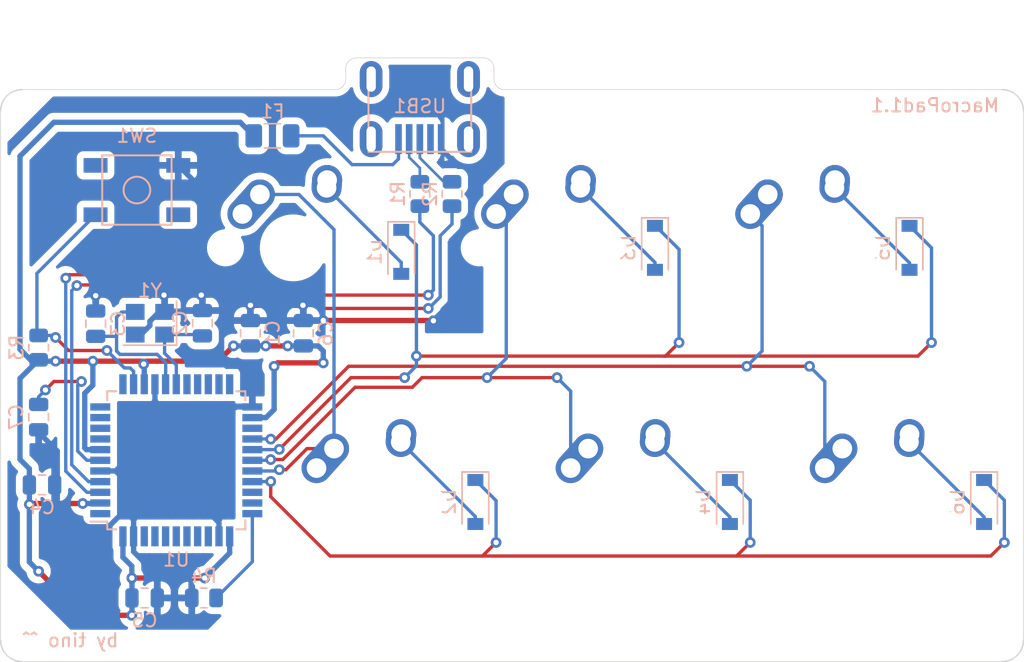
<source format=kicad_pcb>
(kicad_pcb (version 20211014) (generator pcbnew)
  (layers (0 "F.Cu" signal) (31 "B.Cu" signal) (34 "B.Paste" user) (35 "F.Paste" user) (36 "B.SilkS" user "B.Silkscreen") (37 "F.SilkS" user "F.Silkscreen") (38 "B.Mask" user) (39 "F.Mask" user) (44 "Edge.Cuts" user))
  (net 0 "")
  (net 1 "+5V")
  (net 2 "GND")
  (net 3 "Net-(C2-Pad2)")
  (net 4 "Net-(C3-Pad1)")
  (net 5 "Net-(C7-Pad1)")
  (net 6 "Row0")
  (net 7 "Net-(D1-Pad2)")
  (net 8 "Row1")
  (net 9 "Net-(D2-Pad2)")
  (net 10 "Net-(D3-Pad2)")
  (net 11 "Net-(D4-Pad2)")
  (net 12 "Net-(D5-Pad2)")
  (net 13 "Net-(D6-Pad2)")
  (net 14 "VCC")
  (net 15 "Col0")
  (net 16 "Col1")
  (net 17 "Col2")
  (net 18 "D-")
  (net 19 "Net-(R1-Pad2)")
  (net 20 "D+")
  (net 21 "Net-(R2-Pad2)")
  (net 22 "Net-(R3-Pad1)")
  (net 23 "Net-(R4-Pad1)")
  (footprint "MX_Alps_Hybrid:MX-1U-NoLED" (layer "F.Cu") (at 138.94125 103.1375)
    (fp_text reference "MX6")
    (fp_text value "MX-NoLED")
  )
  (footprint "MX_Alps_Hybrid:MX-1U-NoLED" (layer "F.Cu") (at 114.30325 84.0875)
    (fp_text reference "MX3")
    (fp_text value "MX-NoLED")
  )
  (footprint "MX_Alps_Hybrid:MX-1U-NoLED" (layer "F.Cu") (at 133.35325 84.0875)
    (fp_text reference "MX5")
    (fp_text value "MX-NoLED")
  )
  (footprint "MX_Alps_Hybrid:MX-1U-NoLED" (layer "F.Cu") (at 119.89125 103.1375)
    (fp_text reference "MX4")
    (fp_text value "MX-NoLED")
  )
  (footprint "MX_Alps_Hybrid:MX-1U-NoLED" (layer "F.Cu") (at 95.285 84.0875)
    (fp_text reference "MX1")
    (fp_text value "MX-NoLED")
  )
  (footprint "MX_Alps_Hybrid:MX-1U-NoLED" (layer "F.Cu") (at 100.84125 103.1375)
    (fp_text reference "MX2")
    (fp_text value "MX-NoLED")
  )
  (footprint "Resistor_SMD:R_0805_2012Metric" (layer "B.Cu") (at 88.59025 110.33125 180)
    (fp_text reference "R4")
    (fp_text value "10k")
  )
  (footprint "Capacitor_SMD:C_0805_2012Metric" (layer "B.Cu") (at 96.04375 90.4875 90)
    (fp_text reference "C6")
    (fp_text value "10uF")
  )
  (footprint "Diode_SMD:D_SOD-123" (layer "B.Cu") (at 122.3995 84.0875 -90)
    (fp_text reference "D3")
    (fp_text value "D_Small")
  )
  (footprint "Capacitor_SMD:C_0805_2012Metric" (layer "B.Cu") (at 88.477349 89.738766 -90)
    (fp_text reference "C2")
    (fp_text value "14pF")
  )
  (footprint "Capacitor_SMD:C_0805_2012Metric" (layer "B.Cu") (at 80.476349 89.770516 90)
    (fp_text reference "C3")
    (fp_text value "14pF")
  )
  (footprint "Diode_SMD:D_SOD-123" (layer "B.Cu") (at 103.38125 84.3875 -90)
    (fp_text reference "D1")
    (fp_text value "D_Small")
  )
  (footprint "Diode_SMD:D_SOD-123" (layer "B.Cu") (at 147.06925 103.1375 -90)
    (fp_text reference "D6")
    (fp_text value "D_Small")
  )
  (footprint "Resistor_SMD:R_0805_2012Metric" (layer "B.Cu") (at 76.2 91.567 -90)
    (fp_text reference "R3")
    (fp_text value "10k")
  )
  (footprint "Resistor_SMD:R_0805_2012Metric" (layer "B.Cu") (at 104.775 80.05 -90)
    (fp_text reference "R1")
    (fp_text value "22")
  )
  (footprint "Diode_SMD:D_SOD-123" (layer "B.Cu") (at 108.9375 103.1375 -90)
    (fp_text reference "D2")
    (fp_text value "D_Small")
  )
  (footprint "Capacitor_SMD:C_0805_2012Metric" (layer "B.Cu") (at 76.454 101.854)
    (fp_text reference "C4")
    (fp_text value "0.1uF")
  )
  (footprint "Fuse:Fuse_1206_3216Metric" (layer "B.Cu") (at 93.726 75.692 180)
    (fp_text reference "F1")
    (fp_text value "500mA")
  )
  (footprint "Capacitor_SMD:C_0805_2012Metric" (layer "B.Cu") (at 92.075 90.4875 90)
    (fp_text reference "C1")
    (fp_text value "0.1uF")
  )
  (footprint "Capacitor_SMD:C_0805_2012Metric" (layer "B.Cu") (at 84.14525 110.33125)
    (fp_text reference "C5")
    (fp_text value "0.1uF")
  )
  (footprint "random-keyboard-parts:SKQG-1155865" (layer "B.Cu") (at 83.566 79.756)
    (fp_text reference "SW1")
    (fp_text value "SW_Push")
  )
  (footprint "Diode_SMD:D_SOD-123" (layer "B.Cu") (at 128.01925 103.1375 -90)
    (fp_text reference "D4")
    (fp_text value "D_Small")
  )
  (footprint "random-keyboard-parts:Molex-0548190589" (layer "B.Cu") (at 104.775 71.4375 -90)
    (fp_text reference "USB1")
    (fp_text value "Molex-0548190589")
  )
  (footprint "Diode_SMD:D_SOD-123" (layer "B.Cu") (at 141.48125 84.0875 -90)
    (fp_text reference "D5")
    (fp_text value "D_Small")
  )
  (footprint "Package_QFP:TQFP-44_10x10mm_P0.8mm" (layer "B.Cu") (at 86.51875 100.0125)
    (fp_text reference "U1")
    (fp_text value "ATmega32U4-A")
  )
  (footprint "Resistor_SMD:R_0805_2012Metric" (layer "B.Cu") (at 107.188 80.05 -90)
    (fp_text reference "R2")
    (fp_text value "22")
  )
  (footprint "Capacitor_SMD:C_0805_2012Metric" (layer "B.Cu") (at 76.2 96.774 -90)
    (fp_text reference "C7")
    (fp_text value "1uF")
  )
  (footprint "Crystal:Crystal_SMD_3225-4Pin_3.2x2.5mm" (layer "B.Cu") (at 84.540349 89.738766 180)
    (fp_text reference "Y1")
    (fp_text value "16MHz")
  )
  (gr_line (start 99.21875 70.64375) (end 99.21875 71.4375) (layer "Edge.Cuts") (width 0.05))
  (gr_arc (start 150.01875 113.50625) (mid 149.553785 114.6288) (end 148.43125 115.09375) (layer "Edge.Cuts") (width 0.1))
  (gr_arc (start 111.125 72.2313) (mid 110.563716 71.998819) (end 110.33125 71.43755) (layer "Edge.Cuts") (width 0.05))
  (gr_arc (start 109.5375 69.85) (mid 110.098766 70.082484) (end 110.33125 70.64375) (layer "Edge.Cuts") (width 0.05))
  (gr_arc (start 148.43125 72.2313) (mid 149.55375 72.696286) (end 150.01875 73.8188) (layer "Edge.Cuts") (width 0.1))
  (gr_arc (start 74.941282 115.09375) (mid 73.818762 114.628776) (end 73.353782 113.50625) (layer "Edge.Cuts") (width 0.1))
  (gr_line (start 150.01875 73.8188) (end 150.01875 113.50625) (layer "Edge.Cuts") (width 0.05))
  (gr_line (start 148.43125 115.09375) (end 74.941282 115.09375) (layer "Edge.Cuts") (width 0.05))
  (gr_arc (start 99.21875 71.4375) (mid 98.986248 71.998734) (end 98.425 72.23125) (layer "Edge.Cuts") (width 0.05))
  (gr_line (start 111.125 72.2313) (end 148.43125 72.2313) (layer "Edge.Cuts") (width 0.05))
  (gr_line (start 110.33125 70.64375) (end 110.33125 71.43755) (layer "Edge.Cuts") (width 0.05))
  (gr_line (start 74.941282 72.23125) (end 98.425 72.23125) (layer "Edge.Cuts") (width 0.05))
  (gr_arc (start 99.21875 70.64375) (mid 99.451234 70.082484) (end 100.0125 69.85) (layer "Edge.Cuts") (width 0.05))
  (gr_arc (start 73.353782 73.81875) (mid 73.818749 72.696212) (end 74.941282 72.23125) (layer "Edge.Cuts") (width 0.1))
  (gr_line (start 109.5375 69.85) (end 100.0125 69.85) (layer "Edge.Cuts") (width 0.05))
  (gr_line (start 73.353782 73.81875) (end 73.353782 113.50625) (layer "Edge.Cuts") (width 0.05))
  (gr_text "by tino ^^" (at 78.58125 113.50625) (layer "B.SilkS") (effects (font (size 1 1)) (justify mirror)))
  (gr_text "MacroPad1.1" (at 143.383 73.406) (layer "B.SilkS") (effects (font (size 1 1)) (justify mirror)))
  (segment (start 79.502 111.633) (end 76.2 108.331) (width 0.4) (layer "F.Cu") (net 1))
  (segment (start 84.2905 92.583) (end 85.09 92.583) (width 0.4) (layer "F.Cu") (net 1))
  (segment (start 94.107 92.71) (end 93.853 92.964) (width 0.4) (layer "F.Cu") (net 1))
  (segment (start 84.074 92.7995) (end 83.8575 92.583) (width 0.4) (layer "F.Cu") (net 1))
  (segment (start 84.074 92.7995) (end 84.2905 92.583) (width 0.4) (layer "F.Cu") (net 1))
  (segment (start 93.218 91.44) (end 94.869 91.44) (width 0.4) (layer "F.Cu") (net 1))
  (segment (start 79.502 103.251) (end 75.57 103.251) (width 0.4) (layer "F.Cu") (net 1))
  (segment (start 85.09 92.583) (end 89.662 92.583) (width 0.4) (layer "F.Cu") (net 1))
  (segment (start 97.536 92.71) (end 94.107 92.71) (width 0.4) (layer "F.Cu") (net 1))
  (segment (start 80.264 92.583) (end 77.47 92.583) (width 0.4) (layer "F.Cu") (net 1))
  (segment (start 75.57 103.251) (end 75.504 103.317) (width 0.4) (layer "F.Cu") (net 1))
  (segment (start 88.646 108.839) (end 83.185 108.839) (width 0.4) (layer "F.Cu") (net 1))
  (segment (start 83.185 111.633) (end 79.502 111.633) (width 0.4) (layer "F.Cu") (net 1))
  (segment (start 89.662 92.583) (end 90.805 91.44) (width 0.4) (layer "F.Cu") (net 1))
  (segment (start 83.8575 92.583) (end 80.264 92.583) (width 0.4) (layer "F.Cu") (net 1))
  (via (at 76.2 108.331) (size 0.8) (drill 0.4) (layers "F.Cu" "B.Cu") (net 1))
  (via (at 83.185 108.839) (size 0.8) (drill 0.4) (layers "F.Cu" "B.Cu") (net 1))
  (via (at 93.218 91.44) (size 0.8) (drill 0.4) (layers "F.Cu" "B.Cu") (net 1))
  (via (at 83.185 111.633) (size 0.8) (drill 0.4) (layers "F.Cu" "B.Cu") (net 1))
  (via (at 93.853 92.964) (size 0.8) (drill 0.4) (layers "F.Cu" "B.Cu") (net 1))
  (via (at 84.074 92.7995) (size 0.8) (drill 0.4) (layers "F.Cu" "B.Cu") (net 1))
  (via (at 88.646 108.839) (size 0.8) (drill 0.4) (layers "F.Cu" "B.Cu") (net 1))
  (via (at 97.536 92.71) (size 0.8) (drill 0.4) (layers "F.Cu" "B.Cu") (net 1))
  (via (at 75.504 103.317) (size 0.8) (drill 0.4) (layers "F.Cu" "B.Cu") (net 1))
  (via (at 94.869 91.44) (size 0.8) (drill 0.4) (layers "F.Cu" "B.Cu") (net 1))
  (via (at 90.805 91.44) (size 0.8) (drill 0.4) (layers "F.Cu" "B.Cu") (net 1))
  (via (at 80.264 92.583) (size 0.8) (drill 0.4) (layers "F.Cu" "B.Cu") (net 1))
  (via (at 77.47 92.583) (size 0.8) (drill 0.4) (layers "F.Cu" "B.Cu") (net 1))
  (via (at 79.502 103.251) (size 0.8) (drill 0.4) (layers "F.Cu" "B.Cu") (net 1))
  (segment (start 75.5885 92.4795) (end 76.2 92.4795) (width 0.4) (layer "B.Cu") (net 1))
  (segment (start 90.51875 105.7125) (end 90.51875 106.96625) (width 0.4) (layer "B.Cu") (net 1))
  (segment (start 75.504 107.635) (end 76.2 108.331) (width 0.4) (layer "B.Cu") (net 1))
  (segment (start 76.2 92.4795) (end 74.803 93.8765) (width 0.4) (layer "B.Cu") (net 1))
  (segment (start 79.502 103.251) (end 80.78025 103.251) (width 0.4) (layer "B.Cu") (net 1))
  (segment (start 74.803 93.8765) (end 74.803 99.949) (width 0.4) (layer "B.Cu") (net 1))
  (segment (start 76.3035 92.583) (end 76.2 92.4795) (width 0.4) (layer "B.Cu") (net 1))
  (segment (start 79.7815 99.2125) (end 79.657 99.088) (width 0.4) (layer "B.Cu") (net 1))
  (segment (start 77.47 92.583) (end 76.3035 92.583) (width 0.4) (layer "B.Cu") (net 1))
  (segment (start 84.11875 92.84425) (end 84.074 92.7995) (width 0.4) (layer "B.Cu") (net 1))
  (segment (start 96.04625 91.44) (end 97.155 91.44) (width 0.4) (layer "B.Cu") (net 1))
  (segment (start 83.19525 111.62275) (end 83.185 111.633) (width 0.4) (layer "B.Cu") (net 1))
  (segment (start 77.343 74.676) (end 74.803 77.216) (width 0.4) (layer "B.Cu") (net 1))
  (segment (start 93.2155 91.4375) (end 93.218 91.44) (width 0.4) (layer "B.Cu") (net 1))
  (segment (start 74.803 99.949) (end 75.504 100.65) (width 0.4) (layer "B.Cu") (net 1))
  (segment (start 93.24375 96.8125) (end 92.21875 96.8125) (width 0.4) (layer "B.Cu") (net 1))
  (segment (start 97.536 91.821) (end 97.536 92.71) (width 0.4) (layer "B.Cu") (net 1))
  (segment (start 84.11875 94.3125) (end 84.11875 92.84425) (width 0.4) (layer "B.Cu") (net 1))
  (segment (start 92.326 75.692) (end 91.31 74.676) (width 0.4) (layer "B.Cu") (net 1))
  (segment (start 80.81875 99.2125) (end 79.7815 99.2125) (width 0.4) (layer "B.Cu") (net 1))
  (segment (start 83.185 107.95) (end 83.185 108.839) (width 0.4) (layer "B.Cu") (net 1))
  (segment (start 89.408 108.077) (end 88.646 108.839) (width 0.4) (layer "B.Cu") (net 1))
  (segment (start 83.185 108.839) (end 83.185 109.1995) (width 0.4) (layer "B.Cu") (net 1))
  (segment (start 90.805 91.44) (end 92.0725 91.44) (width 0.4) (layer "B.Cu") (net 1))
  (segment (start 93.853 92.964) (end 93.853 96.20325) (width 0.4) (layer "B.Cu") (net 1))
  (segment (start 92.075 91.4375) (end 93.2155 91.4375) (width 0.4) (layer "B.Cu") (net 1))
  (segment (start 75.504 103.317) (end 75.504 107.635) (width 0.4) (layer "B.Cu") (net 1))
  (segment (start 79.657 94.987871) (end 80.264 94.380871) (width 0.4) (layer "B.Cu") (net 1))
  (segment (start 79.657 99.088) (end 79.657 94.987871) (width 0.4) (layer "B.Cu") (net 1))
  (segment (start 80.78025 103.251) (end 80.81875 103.2125) (width 0.4) (layer "B.Cu") (net 1))
  (segment (start 94.869 91.44) (end 96.04125 91.44) (width 0.4) (layer "B.Cu") (net 1))
  (segment (start 75.504 101.854) (end 75.504 103.317) (width 0.4) (layer "B.Cu") (net 1))
  (segment (start 93.853 96.20325) (end 93.24375 96.8125) (width 0.4) (layer "B.Cu") (net 1))
  (segment (start 83.19525 109.20975) (end 83.19525 110.33125) (width 0.4) (layer "B.Cu") (net 1))
  (segment (start 82.51875 105.7125) (end 82.51875 107.28375) (width 0.4) (layer "B.Cu") (net 1))
  (segment (start 96.04125 91.44) (end 96.04375 91.4375) (width 0.4) (layer "B.Cu") (net 1))
  (segment (start 83.185 109.1995) (end 83.19525 109.20975) (width 0.4) (layer "B.Cu") (net 1))
  (segment (start 75.504 100.65) (end 75.504 101.854) (width 0.4) (layer "B.Cu") (net 1))
  (segment (start 80.264 94.380871) (end 80.264 92.583) (width 0.4) (layer "B.Cu") (net 1))
  (segment (start 74.803 91.694) (end 75.5885 92.4795) (width 0.4) (layer "B.Cu") (net 1))
  (segment (start 96.04375 91.4375) (end 96.04625 91.44) (width 0.4) (layer "B.Cu") (net 1))
  (segment (start 90.51875 106.96625) (end 89.408 108.077) (width 0.4) (layer "B.Cu") (net 1))
  (segment (start 97.155 91.44) (end 97.536 91.821) (width 0.4) (layer "B.Cu") (net 1))
  (segment (start 74.803 77.216) (end 74.803 91.694) (width 0.4) (layer "B.Cu") (net 1))
  (segment (start 92.0725 91.44) (end 92.075 91.4375) (width 0.4) (layer "B.Cu") (net 1))
  (segment (start 83.19525 110.33125) (end 83.19525 111.62275) (width 0.4) (layer "B.Cu") (net 1))
  (segment (start 82.51875 107.28375) (end 83.185 107.95) (width 0.4) (layer "B.Cu") (net 1))
  (segment (start 91.31 74.676) (end 77.343 74.676) (width 0.4) (layer "B.Cu") (net 1))
  (segment (start 96.012 88.392) (end 92.075 88.392) (width 0.4) (layer "F.Cu") (net 2))
  (segment (start 92.075 88.392) (end 91.313 87.63) (width 0.4) (layer "F.Cu") (net 2))
  (segment (start 105.793303 89.552587) (end 105.775716 89.535) (width 0.4) (layer "F.Cu") (net 2))
  (segment (start 91.313 87.63) (end 88.392 87.63) (width 0.4) (layer "F.Cu") (net 2))
  (segment (start 88.392 87.63) (end 85.598 87.63) (width 0.4) (layer "F.Cu") (net 2))
  (segment (start 85.598 87.63) (end 80.518 87.63) (width 0.4) (layer "F.Cu") (net 2))
  (segment (start 80.518 87.63) (end 80.476349 87.671651) (width 0.4) (layer "F.Cu") (net 2))
  (segment (start 105.775716 89.535) (end 97.536 89.535) (width 0.4) (layer "F.Cu") (net 2))
  (via (at 85.598 87.63) (size 0.8) (drill 0.4) (layers "F.Cu" "B.Cu") (net 2))
  (via (at 97.536 89.535) (size 0.8) (drill 0.4) (layers "F.Cu" "B.Cu") (net 2))
  (via (at 80.476349 87.671651) (size 0.8) (drill 0.4) (layers "F.Cu" "B.Cu") (net 2))
  (via (at 96.012 88.392) (size 0.8) (drill 0.4) (layers "F.Cu" "B.Cu") (net 2))
  (via (at 88.392 87.63) (size 0.8) (drill 0.4) (layers "F.Cu" "B.Cu") (net 2))
  (via (at 105.793303 89.552587) (size 0.8) (drill 0.4) (layers "F.Cu" "B.Cu") (net 2))
  (via (at 92.075 88.392) (size 0.8) (drill 0.4) (layers "F.Cu" "B.Cu") (net 2))
  (segment (start 77.597 99.314) (end 77.597 104.267) (width 0.4) (layer "B.Cu") (net 2))
  (segment (start 81.96875 100.8125) (end 84.91875 97.8625) (width 0.4) (layer "B.Cu") (net 2))
  (segment (start 85.09525 110.33125) (end 87.67775 110.33125) (width 0.4) (layer "B.Cu") (net 2))
  (segment (start 96.04625 89.535) (end 96.04375 89.5375) (width 0.4) (layer "B.Cu") (net 2))
  (segment (start 77.597 104.267) (end 78.74 105.41) (width 0.4) (layer "B.Cu") (net 2))
  (segment (start 86.666 77.906) (end 89.027 80.267) (width 0.4) (layer "B.Cu") (net 2))
  (segment (start 89.027 80.267) (end 89.027 82.296) (width 0.4) (layer "B.Cu") (net 2))
  (segment (start 89.916 90.297) (end 89.916 92.583) (width 0.4) (layer "B.Cu") (net 2))
  (segment (start 81.026 105.41) (end 82.30275 104.13325) (width 0.4) (layer "B.Cu") (net 2))
  (segment (start 83.867583 90.588766) (end 83.440349 90.588766) (width 0.4) (layer "B.Cu") (net 2))
  (segment (start 105.793303 89.552587) (end 105.793303 89.532697) (width 0.4) (layer "B.Cu") (net 2))
  (segment (start 105.793303 89.532697) (end 107.061 88.265) (width 0.4) (layer "B.Cu") (net 2))
  (segment (start 83.440349 90.588766) (end 83.540349 90.588766) (width 0.25) (layer "B.Cu") (net 2))
  (segment (start 108.585 82.169) (end 108.585 78.359) (width 0.4) (layer "B.Cu") (net 2))
  (segment (start 96.04375 88.42375) (end 96.012 88.392) (width 0.4) (layer "B.Cu") (net 2))
  (segment (start 97.536 89.535) (end 96.04625 89.535) (width 0.4) (layer "B.Cu") (net 2))
  (segment (start 88.392 82.931) (end 88.392 87.63) (width 0.4) (layer "B.Cu") (net 2))
  (segment (start 89.71875 105.7125) (end 89.71875 104.6875) (width 0.4) (layer "B.Cu") (net 2))
  (segment (start 83.31875 102.1625) (end 83.31875 104.13325) (width 0.4) (layer "B.Cu") (net 2))
  (segment (start 76.2 97.917) (end 77.597 99.314) (width 0.4) (layer "B.Cu") (net 2))
  (segment (start 91.957261 92.964) (end 92.21875 93.225489) (width 0.4) (layer "B.Cu") (net 2))
  (segment (start 78.74 105.41) (end 81.026 105.41) (width 0.4) (layer "B.Cu") (net 2))
  (segment (start 85.240349 88.888766) (end 85.640349 88.888766) (width 0.25) (layer "B.Cu") (net 2))
  (segment (start 107.061 88.265) (end 107.061 83.693) (width 0.4) (layer "B.Cu") (net 2))
  (segment (start 84.91875 97.8625) (end 86.76875 96.0125) (width 0.4) (layer "B.Cu") (net 2))
  (segment (start 80.81875 100.8125) (end 81.96875 100.8125) (width 0.4) (layer "B.Cu") (net 2))
  (segment (start 83.440349 90.588766) (end 83.690349 90.588766) (width 0.25) (layer "B.Cu") (net 2))
  (segment (start 85.240349 88.888766) (end 84.540349 89.588766) (width 0.4) (layer "B.Cu") (net 2))
  (segment (start 96.04375 89.5375) (end 96.04375 88.42375) (width 0.4) (layer "B.Cu") (net 2))
  (segment (start 92.075 89.5375) (end 90.6755 89.5375) (width 0.4) (layer "B.Cu") (net 2))
  (segment (start 108.204 77.978) (end 107.660239 77.978) (width 0.4) (layer "B.Cu") (net 2))
  (segment (start 82.30275 104.13325) (end 83.31875 104.13325) (width 0.4) (layer "B.Cu") (net 2))
  (segment (start 84.91875 97.8625) (end 84.91875 94.3125) (width 0.4) (layer "B.Cu") (net 2))
  (segment (start 83.31875 106.8625) (end 85.09525 108.639) (width 0.4) (layer "B.Cu") (net 2))
  (segment (start 84.540349 89.916) (end 83.867583 90.588766) (width 0.4) (layer "B.Cu") (net 2))
  (segment (start 80.476349 88.820516) (end 80.476349 87.671651) (width 0.4) (layer "B.Cu") (net 2))
  (segment (start 85.640349 87.672349) (end 85.598 87.63) (width 0.4) (layer "B.Cu") (net 2))
  (segment (start 89.71875 104.6875) (end 89.1645 104.13325) (width 0.4) (layer "B.Cu") (net 2))
  (segment (start 107.061 83.693) (end 108.585 82.169) (width 0.4) (layer "B.Cu") (net 2))
  (segment (start 85.640349 88.888766) (end 85.640349 87.672349) (width 0.4) (layer "B.Cu") (net 2))
  (segment (start 89.916 92.583) (end 90.297 92.964) (width 0.4) (layer "B.Cu") (net 2))
  (segment (start 85.09525 108.639) (end 85.09525 110.33125) (width 0.4) (layer "B.Cu") (net 2))
  (segment (start 90.6755 89.5375) (end 89.916 90.297) (width 0.4) (layer "B.Cu") (net 2))
  (segment (start 107.660239 77.978) (end 106.375 76.692761) (width 0.4) (layer "B.Cu") (net 2))
  (segment (start 89.027 82.296) (end 88.392 82.931) (width 0.4) (layer "B.Cu") (net 2))
  (segment (start 92.21875 93.225489) (end 92.21875 96.0125) (width 0.4) (layer "B.Cu") (net 2))
  (segment (start 84.540349 89.588766) (end 84.540349 89.916) (width 0.4) (layer "B.Cu") (net 2))
  (segment (start 90.297 92.964) (end 91.957261 92.964) (width 0.4) (layer "B.Cu") (net 2))
  (segment (start 83.31875 104.13325) (end 83.31875 105.7125) (width 0.4) (layer "B.Cu") (net 2))
  (segment (start 89.1645 104.13325) (end 83.31875 104.13325) (width 0.4) (layer "B.Cu") (net 2))
  (segment (start 88.477349 87.715349) (end 88.392 87.63) (width 0.4) (layer "B.Cu") (net 2))
  (segment (start 108.585 78.359) (end 108.204 77.978) (width 0.4) (layer "B.Cu") (net 2))
  (segment (start 83.31875 105.7125) (end 83.31875 106.8625) (width 0.4) (layer "B.Cu") (net 2))
  (segment (start 86.76875 96.0125) (end 92.21875 96.0125) (width 0.4) (layer "B.Cu") (net 2))
  (segment (start 81.96875 100.8125) (end 83.31875 102.1625) (width 0.4) (layer "B.Cu") (net 2))
  (segment (start 88.392 88.703417) (end 88.477349 88.788766) (width 0.25) (layer "B.Cu") (net 2))
  (segment (start 106.375 76.692761) (end 106.375 75.9375) (width 0.4) (layer "B.Cu") (net 2))
  (segment (start 88.477349 88.788766) (end 88.477349 87.715349) (width 0.4) (layer "B.Cu") (net 2))
  (segment (start 76.2 97.724) (end 76.2 97.917) (width 0.4) (layer "B.Cu") (net 2))
  (segment (start 92.075 89.5375) (end 92.075 88.392) (width 0.4) (layer "B.Cu") (net 2))
  (segment (start 85.640349 91.990349) (end 86.51875 92.86875) (width 0.25) (layer "B.Cu") (net 3))
  (segment (start 88.477349 90.688766) (end 88.377349 90.588766) (width 0.25) (layer "B.Cu") (net 3))
  (segment (start 85.640349 90.588766) (end 85.640349 91.990349) (width 0.25) (layer "B.Cu") (net 3))
  (segment (start 86.51875 92.86875) (end 86.51875 94.3125) (width 0.25) (layer "B.Cu") (net 3))
  (segment (start 88.377349 90.588766) (end 85.640349 90.588766) (width 0.25) (layer "B.Cu") (net 3))
  (segment (start 82.296 92.075) (end 85.09 92.075) (width 0.25) (layer "B.Cu") (net 4))
  (segment (start 85.09 92.076396) (end 85.724302 92.710698) (width 0.25) (layer "B.Cu") (net 4))
  (segment (start 81.999484 90.720516) (end 82.042 90.678) (width 0.25) (layer "B.Cu") (net 4))
  (segment (start 82.042 89.281) (end 82.042 90.678) (width 0.25) (layer "B.Cu") (net 4))
  (segment (start 83.440349 88.888766) (end 83.340349 88.888766) (width 0.25) (layer "B.Cu") (net 4))
  (segment (start 82.423 88.9) (end 82.042 89.281) (width 0.25) (layer "B.Cu") (net 4))
  (segment (start 83.329115 88.9) (end 82.423 88.9) (width 0.25) (layer "B.Cu") (net 4))
  (segment (start 85.724302 93.306948) (end 85.71875 93.3125) (width 0.25) (layer "B.Cu") (net 4))
  (segment (start 82.042 90.678) (end 82.042 91.821) (width 0.25) (layer "B.Cu") (net 4))
  (segment (start 80.476349 90.720516) (end 81.999484 90.720516) (width 0.25) (layer "B.Cu") (net 4))
  (segment (start 83.340349 88.888766) (end 83.329115 88.9) (width 0.25) (layer "B.Cu") (net 4))
  (segment (start 82.042 91.821) (end 82.296 92.075) (width 0.25) (layer "B.Cu") (net 4))
  (segment (start 85.724302 92.710698) (end 85.724302 93.306948) (width 0.25) (layer "B.Cu") (net 4))
  (segment (start 85.71875 93.3125) (end 85.71875 94.3125) (width 0.25) (layer "B.Cu") (net 4))
  (segment (start 85.09 92.075) (end 85.09 92.076396) (width 0.25) (layer "B.Cu") (net 4))
  (segment (start 77.343 94.107) (end 79.4065 94.107) (width 0.25) (layer "F.Cu") (net 5))
  (segment (start 76.708 94.742) (end 77.343 94.107) (width 0.25) (layer "F.Cu") (net 5))
  (via (at 76.708 94.742) (size 0.8) (drill 0.4) (layers "F.Cu" "B.Cu") (net 5))
  (via (at 79.4065 94.107) (size 0.8) (drill 0.4) (layers "F.Cu" "B.Cu") (net 5))
  (segment (start 79.132 99.32575) (end 79.81875 100.0125) (width 0.25) (layer "B.Cu") (net 5))
  (segment (start 79.81875 100.0125) (end 80.81875 100.0125) (width 0.25) (layer "B.Cu") (net 5))
  (segment (start 76.708 94.742) (end 76.2 95.25) (width 0.25) (layer "B.Cu") (net 5))
  (segment (start 79.132 94.3815) (end 79.132 99.32575) (width 0.25) (layer "B.Cu") (net 5))
  (segment (start 79.4065 94.107) (end 79.132 94.3815) (width 0.25) (layer "B.Cu") (net 5))
  (segment (start 76.2 95.25) (end 76.2 95.824) (width 0.25) (layer "B.Cu") (net 5))
  (segment (start 124.206 91.186) (end 123.19 92.202) (width 0.25) (layer "F.Cu") (net 6))
  (segment (start 123.19 92.202) (end 123.063 92.202) (width 0.25) (layer "F.Cu") (net 6))
  (segment (start 99.616205 93.8155) (end 103.632 93.8155) (width 0.25) (layer "F.Cu") (net 6))
  (segment (start 123.063 92.202) (end 142.113 92.202) (width 0.25) (layer "F.Cu") (net 6))
  (segment (start 104.521 92.202) (end 123.063 92.202) (width 0.25) (layer "F.Cu") (net 6))
  (segment (start 94.238866 99.192839) (end 99.616205 93.8155) (width 0.25) (layer "F.Cu") (net 6))
  (segment (start 142.113 92.202) (end 143.129 91.186) (width 0.25) (layer "F.Cu") (net 6))
  (via (at 103.632 93.8155) (size 0.8) (drill 0.4) (layers "F.Cu" "B.Cu") (net 6))
  (via (at 143.129 91.186) (size 0.8) (drill 0.4) (layers "F.Cu" "B.Cu") (net 6))
  (via (at 104.521 92.202) (size 0.8) (drill 0.4) (layers "F.Cu" "B.Cu") (net 6))
  (via (at 94.238866 99.192839) (size 0.8) (drill 0.4) (layers "F.Cu" "B.Cu") (net 6))
  (via (at 124.206 91.186) (size 0.8) (drill 0.4) (layers "F.Cu" "B.Cu") (net 6))
  (segment (start 104.521 92.9265) (end 104.521 83.87725) (width 0.25) (layer "B.Cu") (net 6))
  (segment (start 122.4425 82.4375) (end 124.079 84.074) (width 0.25) (layer "B.Cu") (net 6))
  (segment (start 104.521 83.87725) (end 103.38125 82.7375) (width 0.25) (layer "B.Cu") (net 6))
  (segment (start 124.079 84.074) (end 124.206 84.201) (width 0.25) (layer "B.Cu") (net 6))
  (segment (start 122.3995 82.4375) (end 122.4425 82.4375) (width 0.25) (layer "B.Cu") (net 6))
  (segment (start 94.219205 99.2125) (end 94.238866 99.192839) (width 0.25) (layer "B.Cu") (net 6))
  (segment (start 103.632 93.8155) (end 104.521 92.9265) (width 0.25) (layer "B.Cu") (net 6))
  (segment (start 143.129 84.08525) (end 141.48125 82.4375) (width 0.25) (layer "B.Cu") (net 6))
  (segment (start 92.21875 99.2125) (end 94.219205 99.2125) (width 0.25) (layer "B.Cu") (net 6))
  (segment (start 124.206 84.201) (end 124.206 91.186) (width 0.25) (layer "B.Cu") (net 6))
  (segment (start 143.129 91.186) (end 143.129 84.08525) (width 0.25) (layer "B.Cu") (net 6))
  (segment (start 103.38125 85.18375) (end 97.785 79.5875) (width 0.25) (layer "B.Cu") (net 7))
  (segment (start 103.38125 86.0375) (end 103.38125 85.18375) (width 0.25) (layer "B.Cu") (net 7))
  (segment (start 98.043981 107.188) (end 109.474 107.188) (width 0.25) (layer "F.Cu") (net 8))
  (segment (start 147.32 107.188) (end 147.574 107.188) (width 0.25) (layer "F.Cu") (net 8))
  (segment (start 128.524 107.188) (end 147.32 107.188) (width 0.25) (layer "F.Cu") (net 8))
  (segment (start 129.54 106.172) (end 128.524 107.188) (width 0.25) (layer "F.Cu") (net 8))
  (segment (start 109.474 107.188) (end 128.524 107.188) (width 0.25) (layer "F.Cu") (net 8))
  (segment (start 110.49 106.172) (end 109.474 107.188) (width 0.25) (layer "F.Cu") (net 8))
  (segment (start 147.574 107.188) (end 148.59 106.172) (width 0.25) (layer "F.Cu") (net 8))
  (segment (start 93.599 102.743019) (end 98.043981 107.188) (width 0.25) (layer "F.Cu") (net 8))
  (segment (start 93.599 101.6) (end 93.599 102.743019) (width 0.25) (layer "F.Cu") (net 8))
  (via (at 148.59 106.172) (size 0.8) (drill 0.4) (layers "F.Cu" "B.Cu") (net 8))
  (via (at 93.599 101.6) (size 0.8) (drill 0.4) (layers "F.Cu" "B.Cu") (net 8))
  (via (at 110.49 106.172) (size 0.8) (drill 0.4) (layers "F.Cu" "B.Cu") (net 8))
  (via (at 129.54 106.172) (size 0.8) (drill 0.4) (layers "F.Cu" "B.Cu") (net 8))
  (segment (start 129.54 103.00825) (end 129.54 106.172) (width 0.25) (layer "B.Cu") (net 8))
  (segment (start 93.5865 101.6125) (end 93.599 101.6) (width 0.25) (layer "B.Cu") (net 8))
  (segment (start 128.01925 101.4875) (end 129.54 103.00825) (width 0.25) (layer "B.Cu") (net 8))
  (segment (start 92.21875 101.6125) (end 93.5865 101.6125) (width 0.25) (layer "B.Cu") (net 8))
  (segment (start 108.9375 101.4875) (end 110.49 103.04) (width 0.25) (layer "B.Cu") (net 8))
  (segment (start 110.49 103.04) (end 110.49 106.172) (width 0.25) (layer "B.Cu") (net 8))
  (segment (start 148.59 106.172) (end 148.59 103.00825) (width 0.25) (layer "B.Cu") (net 8))
  (segment (start 148.59 103.00825) (end 147.06925 101.4875) (width 0.25) (layer "B.Cu") (net 8))
  (segment (start 108.9375 104.23375) (end 108.9375 104.7875) (width 0.25) (layer "B.Cu") (net 9))
  (segment (start 103.34125 98.6375) (end 108.9375 104.23375) (width 0.25) (layer "B.Cu") (net 9))
  (segment (start 116.80325 79.5875) (end 122.3995 85.18375) (width 0.25) (layer "B.Cu") (net 10))
  (segment (start 122.3995 85.18375) (end 122.3995 85.7375) (width 0.25) (layer "B.Cu") (net 10))
  (segment (start 122.39125 98.6375) (end 128.01925 104.2655) (width 0.25) (layer "B.Cu") (net 11))
  (segment (start 128.01925 104.2655) (end 128.01925 104.7875) (width 0.25) (layer "B.Cu") (net 11))
  (segment (start 141.48125 85.2155) (end 141.48125 85.7375) (width 0.25) (layer "B.Cu") (net 12))
  (segment (start 135.85325 79.5875) (end 141.48125 85.2155) (width 0.25) (layer "B.Cu") (net 12))
  (segment (start 147.06925 104.2655) (end 147.06925 104.7875) (width 0.25) (layer "B.Cu") (net 13))
  (segment (start 141.44125 98.6375) (end 147.06925 104.2655) (width 0.25) (layer "B.Cu") (net 13))
  (segment (start 97.536 75.692) (end 95.126 75.692) (width 0.25) (layer "B.Cu") (net 14))
  (segment (start 102.743 77.851) (end 99.695 77.851) (width 0.25) (layer "B.Cu") (net 14))
  (segment (start 99.695 77.851) (end 97.536 75.692) (width 0.25) (layer "B.Cu") (net 14))
  (segment (start 103.175 75.9375) (end 103.175 77.419) (width 0.25) (layer "B.Cu") (net 14))
  (segment (start 103.175 77.419) (end 102.743 77.851) (width 0.25) (layer "B.Cu") (net 14))
  (segment (start 96.3155 99.1375) (end 98.34125 99.1375) (width 0.25) (layer "F.Cu") (net 15))
  (segment (start 94.735055 100.717945) (end 96.3155 99.1375) (width 0.25) (layer "F.Cu") (net 15))
  (segment (start 94.239893 100.717945) (end 94.735055 100.717945) (width 0.25) (layer "F.Cu") (net 15))
  (via (at 94.239893 100.717945) (size 0.8) (drill 0.4) (layers "F.Cu" "B.Cu") (net 15))
  (segment (start 98.34125 82.72025) (end 98.34125 99.1375) (width 0.25) (layer "B.Cu") (net 15))
  (segment (start 92.785 80.0875) (end 95.7085 80.0875) (width 0.25) (layer "B.Cu") (net 15))
  (segment (start 92.21875 100.8125) (end 94.145338 100.8125) (width 0.25) (layer "B.Cu") (net 15))
  (segment (start 95.7085 80.0875) (end 98.34125 82.72025) (width 0.25) (layer "B.Cu") (net 15))
  (segment (start 94.145338 100.8125) (end 94.239893 100.717945) (width 0.25) (layer "B.Cu") (net 15))
  (segment (start 94.501183 99.955827) (end 99.91651 94.5405) (width 0.25) (layer "F.Cu") (net 16))
  (segment (start 109.8175 93.8155) (end 115.062 93.8155) (width 0.25) (layer "F.Cu") (net 16))
  (segment (start 104.902 93.853) (end 104.9395 93.8155) (width 0.25) (layer "F.Cu") (net 16))
  (segment (start 99.91651 94.5405) (end 104.2145 94.5405) (width 0.25) (layer "F.Cu") (net 16))
  (segment (start 104.2145 94.5405) (end 104.902 93.853) (width 0.25) (layer "F.Cu") (net 16))
  (segment (start 104.9395 93.8155) (end 109.8175 93.8155) (width 0.25) (layer "F.Cu") (net 16))
  (segment (start 93.593223 99.955827) (end 94.501183 99.955827) (width 0.25) (layer "F.Cu") (net 16))
  (via (at 93.593223 99.955827) (size 0.8) (drill 0.4) (layers "F.Cu" "B.Cu") (net 16))
  (via (at 115.062 93.8155) (size 0.8) (drill 0.4) (layers "F.Cu" "B.Cu") (net 16))
  (via (at 109.8175 93.8155) (size 0.8) (drill 0.4) (layers "F.Cu" "B.Cu") (net 16))
  (segment (start 111.252 92.381) (end 109.8175 93.8155) (width 0.25) (layer "B.Cu") (net 16))
  (segment (start 92.21875 100.0125) (end 93.53655 100.0125) (width 0.25) (layer "B.Cu") (net 16))
  (segment (start 115.062 93.8155) (end 116.08125 94.83475) (width 0.25) (layer "B.Cu") (net 16))
  (segment (start 93.53655 100.0125) (end 93.593223 99.955827) (width 0.25) (layer "B.Cu") (net 16))
  (segment (start 116.08125 94.83475) (end 116.08125 100.5975) (width 0.25) (layer "B.Cu") (net 16))
  (segment (start 111.252 82.30625) (end 111.252 92.381) (width 0.25) (layer "B.Cu") (net 16))
  (segment (start 110.49325 81.5475) (end 111.252 82.30625) (width 0.25) (layer "B.Cu") (net 16))
  (segment (start 99.441 92.964) (end 93.98 98.425) (width 0.25) (layer "F.Cu") (net 17))
  (segment (start 129.286 92.964) (end 99.441 92.964) (width 0.25) (layer "F.Cu") (net 17))
  (segment (start 133.985 92.964) (end 129.286 92.964) (width 0.25) (layer "F.Cu") (net 17))
  (segment (start 93.98 98.425) (end 93.599 98.425) (width 0.25) (layer "F.Cu") (net 17))
  (via (at 93.599 98.425) (size 0.8) (drill 0.4) (layers "F.Cu" "B.Cu") (net 17))
  (via (at 129.286 92.964) (size 0.8) (drill 0.4) (layers "F.Cu" "B.Cu") (net 17))
  (via (at 133.985 92.964) (size 0.8) (drill 0.4) (layers "F.Cu" "B.Cu") (net 17))
  (segment (start 130.429 91.821) (end 130.429 82.43325) (width 0.25) (layer "B.Cu") (net 17))
  (segment (start 129.286 92.964) (end 130.429 91.821) (width 0.25) (layer "B.Cu") (net 17))
  (segment (start 135.13125 94.11025) (end 135.13125 100.5975) (width 0.25) (layer "B.Cu") (net 17))
  (segment (start 93.5865 98.4125) (end 93.599 98.425) (width 0.25) (layer "B.Cu") (net 17))
  (segment (start 130.429 82.43325) (end 129.54325 81.5475) (width 0.25) (layer "B.Cu") (net 17))
  (segment (start 92.21875 98.4125) (end 93.5865 98.4125) (width 0.25) (layer "B.Cu") (net 17))
  (segment (start 133.985 92.964) (end 135.13125 94.11025) (width 0.25) (layer "B.Cu") (net 17))
  (segment (start 104.775 78.105) (end 104.775 79.1375) (width 0.2) (layer "B.Cu") (net 18))
  (segment (start 103.975 77.305) (end 104.775 78.105) (width 0.2) (layer "B.Cu") (net 18))
  (segment (start 103.975 75.9375) (end 103.975 77.305) (width 0.2) (layer "B.Cu") (net 18))
  (segment (start 78.486 86.106) (end 78.232 86.36) (width 0.25) (layer "F.Cu") (net 19))
  (segment (start 97.409 87.63) (end 96.774 86.995) (width 0.25) (layer "F.Cu") (net 19))
  (segment (start 91.821 86.106) (end 78.486 86.106) (width 0.25) (layer "F.Cu") (net 19))
  (segment (start 92.837 86.995) (end 92.71 86.995) (width 0.25) (layer "F.Cu") (net 19))
  (segment (start 105.41 87.63) (end 97.409 87.63) (width 0.25) (layer "F.Cu") (net 19))
  (segment (start 96.774 86.995) (end 92.837 86.995) (width 0.25) (layer "F.Cu") (net 19))
  (segment (start 92.71 86.995) (end 91.821 86.106) (width 0.25) (layer "F.Cu") (net 19))
  (via (at 78.232 86.36) (size 0.8) (drill 0.4) (layers "F.Cu" "B.Cu") (net 19))
  (via (at 105.41 87.63) (size 0.8) (drill 0.4) (layers "F.Cu" "B.Cu") (net 19))
  (segment (start 104.775 80.9625) (end 104.775 82.169) (width 0.25) (layer "B.Cu") (net 19))
  (segment (start 105.791 87.249) (end 105.41 87.63) (width 0.25) (layer "B.Cu") (net 19))
  (segment (start 104.775 82.169) (end 105.791 83.185) (width 0.25) (layer "B.Cu") (net 19))
  (segment (start 78.232 86.36) (end 78.232 100.82575) (width 0.25) (layer "B.Cu") (net 19))
  (segment (start 105.791 83.185) (end 105.791 87.249) (width 0.25) (layer "B.Cu") (net 19))
  (segment (start 78.232 100.82575) (end 79.81875 102.4125) (width 0.25) (layer "B.Cu") (net 19))
  (segment (start 79.81875 102.4125) (end 80.81875 102.4125) (width 0.25) (layer "B.Cu") (net 19))
  (segment (start 106.5695 79.1375) (end 107.188 79.1375) (width 0.2) (layer "B.Cu") (net 20))
  (segment (start 104.775 75.9375) (end 104.775 77.343) (width 0.2) (layer "B.Cu") (net 20))
  (segment (start 104.775 77.343) (end 106.5695 79.1375) (width 0.2) (layer "B.Cu") (net 20))
  (segment (start 96.52 87.63) (end 92.456 87.63) (width 0.25) (layer "F.Cu") (net 21))
  (segment (start 105.41 88.629503) (end 97.519503 88.629503) (width 0.25) (layer "F.Cu") (net 21))
  (segment (start 92.456 87.63) (end 91.694 86.868) (width 0.25) (layer "F.Cu") (net 21))
  (segment (start 97.519503 88.629503) (end 96.52 87.63) (width 0.25) (layer "F.Cu") (net 21))
  (segment (start 91.694 86.868) (end 79.11006 86.868) (width 0.25) (layer "F.Cu") (net 21))
  (segment (start 79.11006 86.868) (end 79.063636 86.914424) (width 0.25) (layer "F.Cu") (net 21))
  (via (at 105.41 88.629503) (size 0.8) (drill 0.4) (layers "F.Cu" "B.Cu") (net 21))
  (via (at 79.063636 86.914424) (size 0.8) (drill 0.4) (layers "F.Cu" "B.Cu") (net 21))
  (segment (start 106.299 87.63) (end 106.299 87.766305) (width 0.25) (layer "B.Cu") (net 21))
  (segment (start 106.299 87.766305) (end 105.435802 88.629503) (width 0.25) (layer "B.Cu") (net 21))
  (segment (start 107.188 80.9625) (end 107.188 82.296) (width 0.25) (layer "B.Cu") (net 21))
  (segment (start 79.063636 86.914424) (end 78.682 87.29606) (width 0.25) (layer "B.Cu") (net 21))
  (segment (start 105.435802 88.629503) (end 105.41 88.629503) (width 0.25) (layer "B.Cu") (net 21))
  (segment (start 78.682 100.35075) (end 79.94375 101.6125) (width 0.25) (layer "B.Cu") (net 21))
  (segment (start 107.188 82.296) (end 106.299 83.185) (width 0.25) (layer "B.Cu") (net 21))
  (segment (start 79.94375 101.6125) (end 80.81875 101.6125) (width 0.25) (layer "B.Cu") (net 21))
  (segment (start 78.682 87.29606) (end 78.682 100.35075) (width 0.25) (layer "B.Cu") (net 21))
  (segment (start 106.299 83.185) (end 106.299 87.63) (width 0.25) (layer "B.Cu") (net 21))
  (segment (start 78.4485 91.7835) (end 81.3175 91.7835) (width 0.25) (layer "F.Cu") (net 22))
  (segment (start 77.47 90.805) (end 78.4485 91.7835) (width 0.25) (layer "F.Cu") (net 22))
  (via (at 81.3175 91.7835) (size 0.8) (drill 0.4) (layers "F.Cu" "B.Cu") (net 22))
  (via (at 77.47 90.805) (size 0.8) (drill 0.4) (layers "F.Cu" "B.Cu") (net 22))
  (segment (start 76.2 90.6545) (end 77.3195 90.6545) (width 0.25) (layer "B.Cu") (net 22))
  (segment (start 76.073 90.5275) (end 76.2 90.6545) (width 0.25) (layer "B.Cu") (net 22))
  (segment (start 83.31875 93.35175) (end 83.31875 94.3125) (width 0.25) (layer "B.Cu") (net 22))
  (segment (start 82.625 93.091) (end 83.058 93.091) (width 0.25) (layer "B.Cu") (net 22))
  (segment (start 81.3175 91.7835) (end 82.625 93.091) (width 0.25) (layer "B.Cu") (net 22))
  (segment (start 83.058 93.091) (end 83.31875 93.35175) (width 0.25) (layer "B.Cu") (net 22))
  (segment (start 77.3195 90.6545) (end 77.47 90.805) (width 0.25) (layer "B.Cu") (net 22))
  (segment (start 80.466 81.606) (end 76.073 85.999) (width 0.25) (layer "B.Cu") (net 22))
  (segment (start 76.073 85.999) (end 76.073 90.5275) (width 0.25) (layer "B.Cu") (net 22))
  (segment (start 89.50275 110.33125) (end 92.21875 107.61525) (width 0.25) (layer "B.Cu") (net 23))
  (segment (start 92.21875 107.61525) (end 92.21875 104.0125) (width 0.25) (layer "B.Cu") (net 23))
  (zone (net 2) (net_name "GND") (layer "B.Cu") (connect_pads (clearance 0.508)) (min_thickness 0.254) (fill yes (thermal_gap 0.508) (thermal_bridge_width 0.508))
    (polygon (pts (xy 111.125 77.7875) (xy 109.5375 79.375) (xy 109.5375 90.4875) (xy 100.0125 90.4875) (xy 99.21875 91.28125) (xy 99.21875 92.075) (xy 95.25 96.04375) (xy 95.25 101.6) (xy 94.45625 102.39375) (xy 94.45625 107.15625) (xy 88.9 112.7125) (xy 78.58125 112.7125) (xy 73.81875 107.95) (xy 73.81875 76.2) (xy 77.7875 72.23125) (xy 98.425 72.23125) (xy 98.425 69.05625) (xy 111.125 69.05625)))
  )
)
</source>
